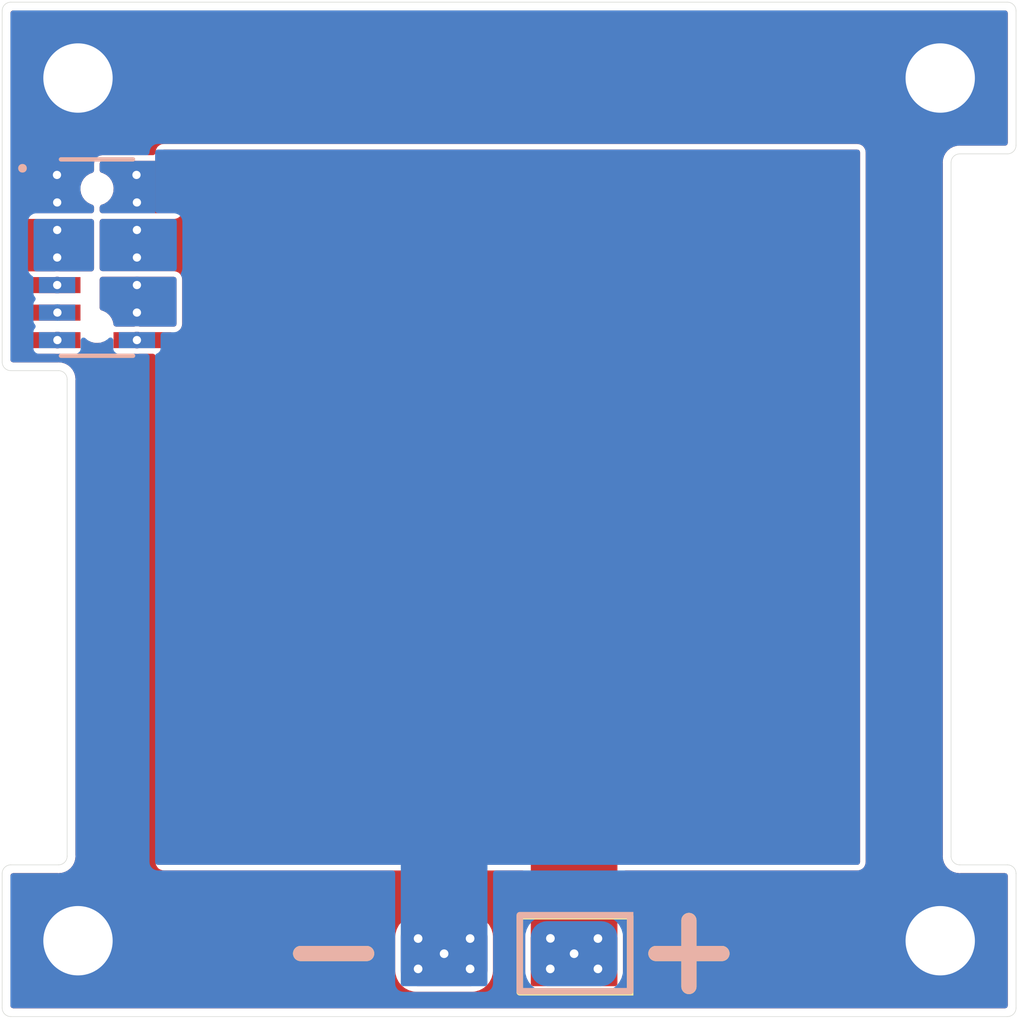
<source format=kicad_pcb>
(kicad_pcb (version 20211014) (generator pcbnew)
  (layers (0 "F.Cu" signal) (31 "B.Cu" signal) (34 "B.Paste" user) (35 "F.Paste" user) (36 "B.SilkS" user "B.Silkscreen") (37 "F.SilkS" user "F.Silkscreen") (38 "B.Mask" user) (39 "F.Mask" user) (44 "Edge.Cuts" user))
  (net 0 "")
  (net 1 "BATT_P_SW")
  (net 2 "BATT_N_SW")
  (net 3 "GND")
  (net 4 "+3V3")
  (net 5 "BATT_P")
  (net 6 "SDA1")
  (net 7 "SCL1")
  (net 8 "COIL5_P")
  (net 9 "COIL5_N")
  (footprint "mainboard:MountingHole" (layer "F.Cu") (at 166.7 120.5 -90)
    (fp_text reference "H2" hide)
    (fp_text value "MountingHole_Pad")
    (pad "1" thru_hole circle (at 0 0 270) (size 5 5) (drill 3.2) (layers *.Cu *.Mask) (net 3 "GND"))
  )
  (footprint "mainboard:MountingHole" (layer "F.Cu") (at 126.9 120.5 -90)
    (fp_text reference "H3" hide)
    (fp_text value "MountingHole_Pad")
    (pad "1" thru_hole circle (at 0 0 270) (size 5 5) (drill 3.2) (layers *.Cu *.Mask) (net 3 "GND"))
  )
  (footprint "batteryboard:Battery Pads" (layer "F.Cu") (at 146.8 121.1 180)
    (fp_text reference "J3" hide)
    (fp_text value "Conn_01x02")
    (fp_rect (start -5.588 -1.778) (end -0.492 1.73) (layer "F.SilkS") (width 0.3) (fill none))
    (pad "1" smd roundrect (at -3 0 180) (size 4 3) (layers "F.Cu" "F.Paste" "F.Mask") (net 1 "BATT_P_SW"))
    (pad "2" smd roundrect (at 3 0 180) (size 4 3) (layers "F.Cu" "F.Paste" "F.Mask") (net 2 "BATT_N_SW"))
  )
  (footprint "batteryboard:SAMTEC-FTS-107-01-X-DV-A" (layer "F.Cu") (at 127.777987 88.983124 -90)
    (fp_text reference "J4" hide)
    (fp_text value "FTS-107-01-L-DV-A")
    (pad "" np_thru_hole circle (at -3.175 0 270) (size 1.02 1.02) (drill 1.02) (layers *.Cu *.Mask))
    (pad "" np_thru_hole circle (at 3.175 0 270) (size 1.02 1.02) (drill 1.02) (layers *.Cu *.Mask))
    (pad "1" smd rect (at -3.81 2.0955 270) (size 0.74 2.663) (layers "F.Cu" "F.Paste") (net 3 "GND"))
    (pad "2" smd rect (at -3.81 -2.0945 270) (size 0.74 2.665) (layers "F.Cu" "F.Paste") (net 2 "BATT_N_SW"))
    (pad "3" smd rect (at -2.54 2.0955 270) (size 0.74 2.663) (layers "F.Cu" "F.Paste") (net 3 "GND"))
    (pad "4" smd rect (at -2.54 -2.0945 270) (size 0.74 2.665) (layers "F.Cu" "F.Paste") (net 2 "BATT_N_SW"))
    (pad "5" smd rect (at -1.27 2.0955 270) (size 0.74 2.663) (layers "F.Cu" "F.Paste") (net 4 "+3V3"))
    (pad "6" smd rect (at -1.27 -2.0945 270) (size 0.74 2.665) (layers "F.Cu" "F.Paste") (net 1 "BATT_P_SW"))
    (pad "7" smd rect (at 0 2.0945 270) (size 0.74 2.665) (layers "F.Cu" "F.Paste") (net 4 "+3V3"))
    (pad "8" smd rect (at 0 -2.0945 270) (size 0.74 2.665) (layers "F.Cu" "F.Paste") (net 1 "BATT_P_SW"))
    (pad "9" smd rect (at 1.27 2.0955 270) (size 0.74 2.663) (layers "F.Cu" "F.Paste") (net 7 "SCL1"))
    (pad "10" smd rect (at 1.27 -2.0945 270) (size 0.74 2.665) (layers "F.Cu" "F.Paste") (net 5 "BATT_P"))
    (pad "11" smd rect (at 2.54 2.0955 270) (size 0.74 2.663) (layers "F.Cu" "F.Paste") (net 6 "SDA1"))
    (pad "12" smd rect (at 2.54 -2.0945 270) (size 0.74 2.665) (layers "F.Cu" "F.Paste") (net 5 "BATT_P"))
    (pad "13" smd rect (at 3.81 2.0955 270) (size 0.74 2.663) (layers "F.Cu" "F.Paste") (net 8 "COIL5_P"))
    (pad "14" smd rect (at 3.81 -2.0945 270) (size 0.74 2.665) (layers "F.Cu" "F.Paste") (net 9 "COIL5_N"))
  )
  (footprint "custom-footprints:pycubed_mini_half" (layer "F.Cu") (at 147 80)
    (fp_text reference "Ref**" hide)
    (fp_text value "Val**" hide)
  )
  (footprint "mainboard:MountingHole" (layer "F.Cu") (at 126.9 80.7 -90)
    (fp_text reference "H4" hide)
    (fp_text value "MountingHole_Pad")
    (pad "1" thru_hole circle (at 0 0 270) (size 5 5) (drill 3.2) (layers *.Cu *.Mask) (net 3 "GND"))
  )
  (footprint "mainboard:MountingHole" (layer "F.Cu") (at 166.7 80.7 -90)
    (fp_text reference "H1" hide)
    (fp_text value "MountingHole_Pad")
    (pad "1" thru_hole circle (at 0 0 270) (size 5 5) (drill 3.2) (layers *.Cu *.Mask) (net 3 "GND"))
  )
  (footprint "batteryboard:Battery Pads" (layer "B.Cu") (at 146.8 121.1 180)
    (fp_text reference "J2" hide)
    (fp_text value "Conn_01x02")
    (fp_rect (start -5.588 1.778) (end -0.492 -1.73) (layer "B.SilkS") (width 0.3) (fill none))
    (pad "1" smd roundrect (at -3 0 180) (size 4 3) (layers "B.Cu" "B.Paste" "B.Mask") (net 1 "BATT_P_SW"))
    (pad "2" smd roundrect (at 3 0 180) (size 4 3) (layers "B.Cu" "B.Paste" "B.Mask") (net 2 "BATT_N_SW"))
  )
  (footprint "batteryboard:SAMTEC_FLE-107-01-G-DV-A" (layer "B.Cu") (at 127.777987 88.983124 -90)
    (fp_text reference "J1" hide)
    (fp_text value "FLE-107-01-G-DV-A")
    (fp_line (start -4.53 -1.665) (end -4.53 1.665) (layer "B.SilkS") (width 0.2))
    (fp_line (start 4.53 -1.665) (end 4.53 1.665) (layer "B.SilkS") (width 0.2))
    (fp_circle (center -4.12 3.44) (end -4.02 3.44) (layer "B.SilkS") (width 0.2) (fill none))
    (pad "" np_thru_hole circle (at -3.175 0 270) (size 0.76 0.76) (drill 0.76) (layers *.Cu *.Mask))
    (pad "" np_thru_hole circle (at 3.175 0 270) (size 0.76 0.76) (drill 0.76) (layers *.Cu *.Mask))
    (pad "1" smd rect (at -3.81 1.8425 270) (size 0.74 1.675) (layers "B.Cu" "B.Paste" "B.Mask") (net 3 "GND"))
    (pad "2" smd rect (at -3.81 -1.8425 270) (size 0.74 1.675) (layers "B.Cu" "B.Paste" "B.Mask") (net 2 "BATT_N_SW"))
    (pad "3" smd rect (at -2.54 1.8425 270) (size 0.74 1.675) (layers "B.Cu" "B.Paste" "B.Mask") (net 3 "GND"))
    (pad "4" smd rect (at -2.54 -1.8425 270) (size 0.74 1.675) (layers "B.Cu" "B.Paste" "B.Mask") (net 2 "BATT_N_SW"))
    (pad "5" smd rect (at -1.27 1.8425 270) (size 0.74 1.675) (layers "B.Cu" "B.Paste" "B.Mask") (net 4 "+3V3"))
    (pad "6" smd rect (at -1.27 -1.8425 270) (size 0.74 1.675) (layers "B.Cu" "B.Paste" "B.Mask") (net 1 "BATT_P_SW"))
    (pad "7" smd rect (at 0 1.8425 270) (size 0.74 1.675) (layers "B.Cu" "B.Paste" "B.Mask") (net 4 "+3V3"))
    (pad "8" smd rect (at 0 -1.8425 270) (size 0.74 1.675) (layers "B.Cu" "B.Paste" "B.Mask") (net 1 "BATT_P_SW"))
    (pad "9" smd rect (at 1.27 1.8425 270) (size 0.74 1.675) (layers "B.Cu" "B.Paste" "B.Mask") (net 7 "SCL1"))
    (pad "10" smd rect (at 1.27 -1.8425 270) (size 0.74 1.675) (layers "B.Cu" "B.Paste" "B.Mask") (net 5 "BATT_P"))
    (pad "11" smd rect (at 2.54 1.8425 270) (size 0.74 1.675) (layers "B.Cu" "B.Paste" "B.Mask") (net 6 "SDA1"))
    (pad "12" smd rect (at 2.54 -1.8425 270) (size 0.74 1.675) (layers "B.Cu" "B.Paste" "B.Mask") (net 5 "BATT_P"))
    (pad "13" smd rect (at 3.81 1.8425 270) (size 0.74 1.675) (layers "B.Cu" "B.Paste" "B.Mask") (net 8 "COIL5_P"))
    (pad "14" smd rect (at 3.81 -1.8425 270) (size 0.74 1.675) (layers "B.Cu" "B.Paste" "B.Mask") (net 9 "COIL5_N"))
  )
  (gr_arc (start 123.4 77.600012) (mid 123.517152 77.317158) (end 123.799999 77.199988) (layer "Edge.Cuts") (width 0.0254))
  (gr_arc (start 167.599988 117.00001) (mid 167.317145 116.882853) (end 167.199988 116.600011) (layer "Edge.Cuts") (width 0.0254))
  (gr_arc (start 125.999995 94.200005) (mid 126.282837 94.317162) (end 126.399994 94.600004) (layer "Edge.Cuts") (width 0.0254))
  (gr_arc (start 170.200008 123.599997) (mid 170.082851 123.882839) (end 169.800009 123.999996) (layer "Edge.Cuts") (width 0.0254))
  (gr_arc (start 126.399994 116.600011) (mid 126.282837 116.882853) (end 125.999995 117.00001) (layer "Edge.Cuts") (width 0.0254))
  (gr_line (start 125.999995 94.200005) (end 123.799999 94.200005) (layer "Edge.Cuts") (width 0.0254))
  (gr_line (start 123.4 117.400009) (end 123.4 123.599997) (layer "Edge.Cuts") (width 0.0254))
  (gr_line (start 167.199988 116.600011) (end 167.199988 84.599998) (layer "Edge.Cuts") (width 0.0254))
  (gr_arc (start 167.199988 84.599998) (mid 167.317146 84.317156) (end 167.599988 84.199999) (layer "Edge.Cuts") (width 0.0254))
  (gr_line (start 169.800009 117.00001) (end 167.599988 117.00001) (layer "Edge.Cuts") (width 0.0254))
  (gr_arc (start 169.800009 77.199988) (mid 170.082856 77.317158) (end 170.200008 77.600012) (layer "Edge.Cuts") (width 0.0254))
  (gr_line (start 169.800009 77.199988) (end 123.799999 77.199988) (layer "Edge.Cuts") (width 0.0254))
  (gr_line (start 123.4 93.800005) (end 123.4 77.600012) (layer "Edge.Cuts") (width 0.0254))
  (gr_arc (start 170.200008 83.8) (mid 170.082851 84.082842) (end 169.800009 84.199999) (layer "Edge.Cuts") (width 0.0254))
  (gr_line (start 126.4 116.6) (end 126.399994 94.600004) (layer "Edge.Cuts") (width 0.0254))
  (gr_line (start 167.599988 84.199999) (end 169.8 84.199999) (layer "Edge.Cuts") (width 0.0254))
  (gr_arc (start 123.799999 94.200005) (mid 123.517157 94.082848) (end 123.4 93.800005) (layer "Edge.Cuts") (width 0.0254))
  (gr_arc (start 123.4 117.400009) (mid 123.517157 117.117167) (end 123.799999 117.00001) (layer "Edge.Cuts") (width 0.0254))
  (gr_line (start 123.799999 117.00001) (end 126 117) (layer "Edge.Cuts") (width 0.0254))
  (gr_line (start 170.200008 83.8) (end 170.200008 77.600012) (layer "Edge.Cuts") (width 0.0254))
  (gr_arc (start 169.800009 117.00001) (mid 170.082851 117.117167) (end 170.200008 117.400009) (layer "Edge.Cuts") (width 0.0254))
  (gr_arc (start 123.799999 123.999996) (mid 123.517157 123.882839) (end 123.4 123.599997) (layer "Edge.Cuts") (width 0.0254))
  (gr_line (start 170.200008 123.599997) (end 170.200008 117.400009) (layer "Edge.Cuts") (width 0.0254))
  (gr_line (start 169.800009 123.999996) (end 123.799999 123.999996) (layer "Edge.Cuts") (width 0.0254))
  (gr_text "+" (at 155.1 120.8) (layer "B.SilkS") (effects (font (size 4 4) (thickness 0.7)) (justify mirror)))
  (gr_text "-" (at 138.7 120.8) (layer "B.SilkS") (effects (font (size 4 4) (thickness 0.7)) (justify mirror)))
  (gr_text "+" (at 155.1 120.8) (layer "F.SilkS") (effects (font (size 4 4) (thickness 0.7)) (justify mirror)))
  (gr_text "-" (at 138.7 120.8) (layer "F.SilkS") (effects (font (size 4 4) (thickness 0.7)) (justify mirror)))
  (via (at 129.62 88.98) (size 0.762) (drill 0.381) (layers "F.Cu" "B.Cu") (net 1))
  (via (at 150.9 121.8) (size 0.8) (drill 0.4) (layers "F.Cu" "B.Cu") (net 1))
  (via (at 148.7062 120.3926) (size 0.8) (drill 0.4) (layers "F.Cu" "B.Cu") (net 1))
  (via (at 148.7 121.8) (size 0.8) (drill 0.4) (layers "F.Cu" "B.Cu") (net 1))
  (via (at 150.9 120.4) (size 0.8) (drill 0.4) (layers "F.Cu" "B.Cu") (net 1))
  (via (at 149.8 121.1) (size 0.8) (drill 0.4) (layers "F.Cu" "B.Cu") (net 1))
  (via (at 129.62 87.71) (size 0.762) (drill 0.381) (layers "F.Cu" "B.Cu") (net 1))
  (via (at 145 121.8) (size 0.8) (drill 0.4) (layers "F.Cu" "B.Cu") (net 2))
  (via (at 142.6 120.4) (size 0.8) (drill 0.4) (layers "F.Cu" "B.Cu") (net 2))
  (via (at 145 120.4) (size 0.8) (drill 0.4) (layers "F.Cu" "B.Cu") (net 2))
  (via (at 129.62 86.44) (size 0.762) (drill 0.381) (layers "F.Cu" "B.Cu") (net 2))
  (via (at 129.6 85.17) (size 0.762) (drill 0.381) (layers "F.Cu" "B.Cu") (net 2))
  (via (at 143.8 121.1) (size 0.8) (drill 0.4) (layers "F.Cu" "B.Cu") (net 2))
  (via (at 142.6 121.8) (size 0.8) (drill 0.4) (layers "F.Cu" "B.Cu") (net 2))
  (via (at 125.94 86.44) (size 0.762) (drill 0.381) (layers "F.Cu" "B.Cu") (net 3))
  (via (at 125.93 85.17) (size 0.762) (drill 0.381) (layers "F.Cu" "B.Cu") (net 3))
  (via (at 125.94 88.98) (size 0.762) (drill 0.381) (layers "F.Cu" "B.Cu") (net 4))
  (via (at 125.94 87.71) (size 0.762) (drill 0.381) (layers "F.Cu" "B.Cu") (net 4))
  (via (at 129.62 90.25) (size 0.762) (drill 0.381) (layers "F.Cu" "B.Cu") (net 5))
  (via (at 129.62 91.52) (size 0.762) (drill 0.381) (layers "F.Cu" "B.Cu") (net 5))
  (via (at 125.95 91.52) (size 0.762) (drill 0.381) (layers "F.Cu" "B.Cu") (net 6))
  (via (at 125.94 90.25) (size 0.762) (drill 0.381) (layers "F.Cu" "B.Cu") (net 7))
  (via (at 125.95 92.79) (size 0.762) (drill 0.381) (layers "F.Cu" "B.Cu") (net 8))
  (via (at 129.62 92.79) (size 0.762) (drill 0.381) (layers "F.Cu" "B.Cu") (net 9))
  (zone (net 1) (net_name "BATT_P_SW") (layer "F.Cu") (priority 1) (connect_pads yes (clearance 0)) (min_thickness 0.254) (fill yes (thermal_gap 0.508) (thermal_bridge_width 0.508))
    (polygon (pts (xy 163 117) (xy 151.8 117) (xy 151.8 122.6) (xy 147.8 122.6) (xy 147.8 117) (xy 130.74 117) (xy 130.74 84) (xy 163 84)))
  )
  (zone (net 1) (net_name "BATT_P_SW") (layer "F.Cu") (priority 2) (connect_pads yes (clearance 0)) (min_thickness 0.254) (fill yes (thermal_gap 0.508) (thermal_bridge_width 0.508))
    (polygon (pts (xy 131.21 89.61) (xy 127.9 89.61) (xy 127.9 87.2) (xy 131.21 87.2)))
  )
  (zone (net 5) (net_name "BATT_P") (layers F&B.Cu) (priority 2) (connect_pads yes (clearance 0)) (min_thickness 0.254) (fill yes (thermal_gap 0.508) (thermal_bridge_width 0.508))
    (polygon (pts (xy 131.45 92.17) (xy 127.9 92.17) (xy 127.9 89.87) (xy 131.45 89.87)))
  )
  (zone (net 4) (net_name "+3V3") (layer "F.Cu") (priority 2) (connect_pads yes (clearance 0)) (min_thickness 0.254) (fill yes (thermal_gap 0.508) (thermal_bridge_width 0.508))
    (polygon (pts (xy 127.64 89.62) (xy 124.35 89.62) (xy 124.35 87.2) (xy 127.64 87.2)))
  )
  (zone (net 3) (net_name "GND") (layers F&B.Cu) (connect_pads yes (clearance 0)) (min_thickness 0.254) (fill yes (thermal_gap 0.508) (thermal_bridge_width 0.508))
    (polygon (pts (xy 170.3 124.1) (xy 123.3 124.1) (xy 123.3 77.1) (xy 170.3 77.1)))
  )
  (zone (net 2) (net_name "BATT_N_SW") (layer "F.Cu") (priority 2) (connect_pads yes (clearance 0)) (min_thickness 0.254) (fill yes (thermal_gap 0.508) (thermal_bridge_width 0.508))
    (polygon (pts (xy 131.46 86.94) (xy 127.9 86.94) (xy 127.9 84.52) (xy 131.46 84.52)))
  )
  (zone (net 4) (net_name "+3V3") (layer "B.Cu") (priority 1) (connect_pads yes (clearance 0)) (min_thickness 0.254) (fill yes (thermal_gap 0.508) (thermal_bridge_width 0.508))
    (polygon (pts (xy 127.64 89.62) (xy 124.85 89.62) (xy 124.85 87.2) (xy 127.64 87.2)))
  )
  (zone (net 2) (net_name "BATT_N_SW") (layer "B.Cu") (priority 1) (connect_pads yes (clearance 0)) (min_thickness 0.254) (fill yes (thermal_gap 0.508) (thermal_bridge_width 0.508))
    (polygon (pts (xy 130.46 117) (xy 141.8 117) (xy 141.8 122.6) (xy 145.8 122.6) (xy 145.8 117) (xy 163 117) (xy 163 84) (xy 130.46 84)))
  )
  (zone (net 1) (net_name "BATT_P_SW") (layer "B.Cu") (priority 2) (connect_pads yes (clearance 0)) (min_thickness 0.254) (fill yes (thermal_gap 0.508) (thermal_bridge_width 0.508))
    (polygon (pts (xy 131.46 89.61) (xy 127.9 89.61) (xy 127.9 87.2) (xy 131.46 87.2)))
  )
  (zone (net 2) (net_name "BATT_N_SW") (layer "B.Cu") (priority 2) (connect_pads yes (clearance 0)) (min_thickness 0.254) (fill yes (thermal_gap 0.508) (thermal_bridge_width 0.508))
    (polygon (pts (xy 130.46 86.94) (xy 127.9 86.94) (xy 127.9 84.52) (xy 130.46 84.52)))
  )
)
</source>
